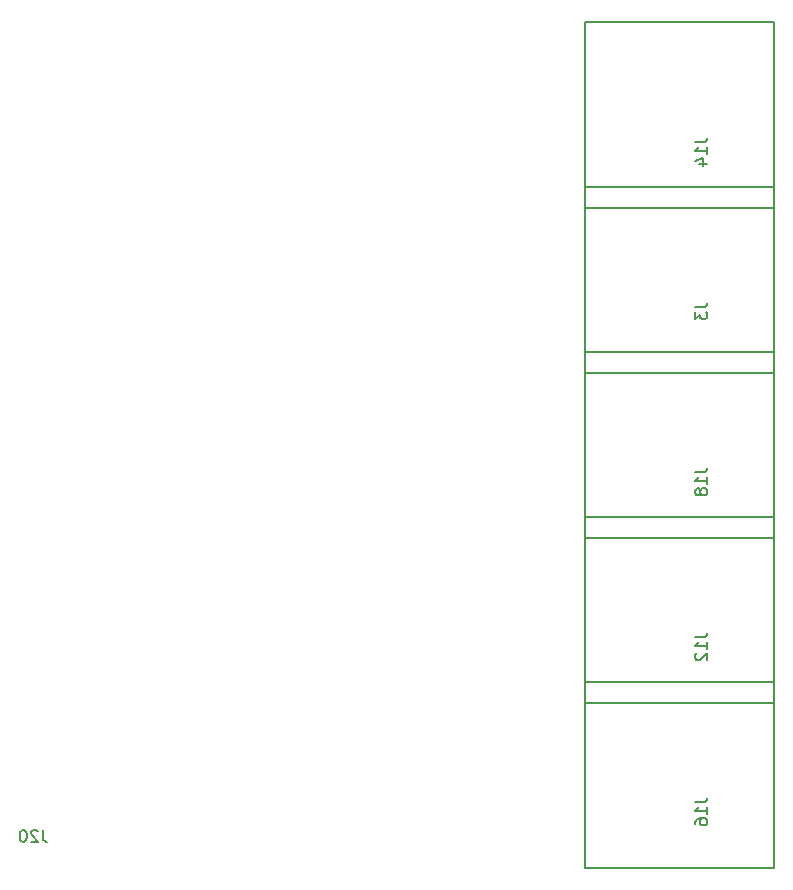
<source format=gbo>
G04 #@! TF.FileFunction,Legend,Bot*
%FSLAX46Y46*%
G04 Gerber Fmt 4.6, Leading zero omitted, Abs format (unit mm)*
G04 Created by KiCad (PCBNEW 4.0.7) date 10/13/19 14:19:05*
%MOMM*%
%LPD*%
G01*
G04 APERTURE LIST*
%ADD10C,0.100000*%
%ADD11C,0.150000*%
%ADD12C,0.180000*%
G04 APERTURE END LIST*
D10*
D11*
X129717800Y-58775600D02*
X145719800Y-58775600D01*
X145719800Y-74523600D02*
X130606800Y-74523600D01*
X129717800Y-58775600D02*
X129717800Y-59537600D01*
X131241800Y-74523600D02*
X129717800Y-74523600D01*
X129717800Y-74523600D02*
X129717800Y-59283600D01*
X145719800Y-58775600D02*
X145719800Y-74523600D01*
X129717800Y-100685600D02*
X145719800Y-100685600D01*
X145719800Y-116433600D02*
X130606800Y-116433600D01*
X129717800Y-100685600D02*
X129717800Y-101447600D01*
X131241800Y-116433600D02*
X129717800Y-116433600D01*
X129717800Y-116433600D02*
X129717800Y-101193600D01*
X145719800Y-100685600D02*
X145719800Y-116433600D01*
X129717800Y-114655600D02*
X145719800Y-114655600D01*
X145719800Y-130403600D02*
X130606800Y-130403600D01*
X129717800Y-114655600D02*
X129717800Y-115417600D01*
X131241800Y-130403600D02*
X129717800Y-130403600D01*
X129717800Y-130403600D02*
X129717800Y-115163600D01*
X145719800Y-114655600D02*
X145719800Y-130403600D01*
X129717800Y-86715600D02*
X145719800Y-86715600D01*
X145719800Y-102463600D02*
X130606800Y-102463600D01*
X129717800Y-86715600D02*
X129717800Y-87477600D01*
X131241800Y-102463600D02*
X129717800Y-102463600D01*
X129717800Y-102463600D02*
X129717800Y-87223600D01*
X145719800Y-86715600D02*
X145719800Y-102463600D01*
X129717800Y-72745600D02*
X145719800Y-72745600D01*
X145719800Y-88493600D02*
X130606800Y-88493600D01*
X129717800Y-72745600D02*
X129717800Y-73507600D01*
X131241800Y-88493600D02*
X129717800Y-88493600D01*
X129717800Y-88493600D02*
X129717800Y-73253600D01*
X145719800Y-72745600D02*
X145719800Y-88493600D01*
X83842123Y-127188981D02*
X83842123Y-127903267D01*
X83889743Y-128046124D01*
X83984981Y-128141362D01*
X84127838Y-128188981D01*
X84223076Y-128188981D01*
X83413552Y-127284219D02*
X83365933Y-127236600D01*
X83270695Y-127188981D01*
X83032599Y-127188981D01*
X82937361Y-127236600D01*
X82889742Y-127284219D01*
X82842123Y-127379457D01*
X82842123Y-127474695D01*
X82889742Y-127617552D01*
X83461171Y-128188981D01*
X82842123Y-128188981D01*
X82223076Y-127188981D02*
X82127837Y-127188981D01*
X82032599Y-127236600D01*
X81984980Y-127284219D01*
X81937361Y-127379457D01*
X81889742Y-127569933D01*
X81889742Y-127808029D01*
X81937361Y-127998505D01*
X81984980Y-128093743D01*
X82032599Y-128141362D01*
X82127837Y-128188981D01*
X82223076Y-128188981D01*
X82318314Y-128141362D01*
X82365933Y-128093743D01*
X82413552Y-127998505D01*
X82461171Y-127808029D01*
X82461171Y-127569933D01*
X82413552Y-127379457D01*
X82365933Y-127284219D01*
X82318314Y-127236600D01*
X82223076Y-127188981D01*
D12*
X139084181Y-68951410D02*
X139798467Y-68951410D01*
X139941324Y-68903790D01*
X140036562Y-68808552D01*
X140084181Y-68665695D01*
X140084181Y-68570457D01*
X140084181Y-69951410D02*
X140084181Y-69379981D01*
X140084181Y-69665695D02*
X139084181Y-69665695D01*
X139227038Y-69570457D01*
X139322276Y-69475219D01*
X139369895Y-69379981D01*
X139417514Y-70808553D02*
X140084181Y-70808553D01*
X139036562Y-70570457D02*
X139750848Y-70332362D01*
X139750848Y-70951410D01*
X139084181Y-110861410D02*
X139798467Y-110861410D01*
X139941324Y-110813790D01*
X140036562Y-110718552D01*
X140084181Y-110575695D01*
X140084181Y-110480457D01*
X140084181Y-111861410D02*
X140084181Y-111289981D01*
X140084181Y-111575695D02*
X139084181Y-111575695D01*
X139227038Y-111480457D01*
X139322276Y-111385219D01*
X139369895Y-111289981D01*
X139179419Y-112242362D02*
X139131800Y-112289981D01*
X139084181Y-112385219D01*
X139084181Y-112623315D01*
X139131800Y-112718553D01*
X139179419Y-112766172D01*
X139274657Y-112813791D01*
X139369895Y-112813791D01*
X139512752Y-112766172D01*
X140084181Y-112194743D01*
X140084181Y-112813791D01*
X139084181Y-124831410D02*
X139798467Y-124831410D01*
X139941324Y-124783790D01*
X140036562Y-124688552D01*
X140084181Y-124545695D01*
X140084181Y-124450457D01*
X140084181Y-125831410D02*
X140084181Y-125259981D01*
X140084181Y-125545695D02*
X139084181Y-125545695D01*
X139227038Y-125450457D01*
X139322276Y-125355219D01*
X139369895Y-125259981D01*
X139084181Y-126688553D02*
X139084181Y-126498076D01*
X139131800Y-126402838D01*
X139179419Y-126355219D01*
X139322276Y-126259981D01*
X139512752Y-126212362D01*
X139893705Y-126212362D01*
X139988943Y-126259981D01*
X140036562Y-126307600D01*
X140084181Y-126402838D01*
X140084181Y-126593315D01*
X140036562Y-126688553D01*
X139988943Y-126736172D01*
X139893705Y-126783791D01*
X139655610Y-126783791D01*
X139560371Y-126736172D01*
X139512752Y-126688553D01*
X139465133Y-126593315D01*
X139465133Y-126402838D01*
X139512752Y-126307600D01*
X139560371Y-126259981D01*
X139655610Y-126212362D01*
X139084181Y-96891410D02*
X139798467Y-96891410D01*
X139941324Y-96843790D01*
X140036562Y-96748552D01*
X140084181Y-96605695D01*
X140084181Y-96510457D01*
X140084181Y-97891410D02*
X140084181Y-97319981D01*
X140084181Y-97605695D02*
X139084181Y-97605695D01*
X139227038Y-97510457D01*
X139322276Y-97415219D01*
X139369895Y-97319981D01*
X139512752Y-98462838D02*
X139465133Y-98367600D01*
X139417514Y-98319981D01*
X139322276Y-98272362D01*
X139274657Y-98272362D01*
X139179419Y-98319981D01*
X139131800Y-98367600D01*
X139084181Y-98462838D01*
X139084181Y-98653315D01*
X139131800Y-98748553D01*
X139179419Y-98796172D01*
X139274657Y-98843791D01*
X139322276Y-98843791D01*
X139417514Y-98796172D01*
X139465133Y-98748553D01*
X139512752Y-98653315D01*
X139512752Y-98462838D01*
X139560371Y-98367600D01*
X139607990Y-98319981D01*
X139703229Y-98272362D01*
X139893705Y-98272362D01*
X139988943Y-98319981D01*
X140036562Y-98367600D01*
X140084181Y-98462838D01*
X140084181Y-98653315D01*
X140036562Y-98748553D01*
X139988943Y-98796172D01*
X139893705Y-98843791D01*
X139703229Y-98843791D01*
X139607990Y-98796172D01*
X139560371Y-98748553D01*
X139512752Y-98653315D01*
X139084181Y-82921410D02*
X139798467Y-82921410D01*
X139941324Y-82873790D01*
X140036562Y-82778552D01*
X140084181Y-82635695D01*
X140084181Y-82540457D01*
X139084181Y-83302362D02*
X139084181Y-83921410D01*
X139465133Y-83588076D01*
X139465133Y-83730934D01*
X139512752Y-83826172D01*
X139560371Y-83873791D01*
X139655610Y-83921410D01*
X139893705Y-83921410D01*
X139988943Y-83873791D01*
X140036562Y-83826172D01*
X140084181Y-83730934D01*
X140084181Y-83445219D01*
X140036562Y-83349981D01*
X139988943Y-83302362D01*
M02*

</source>
